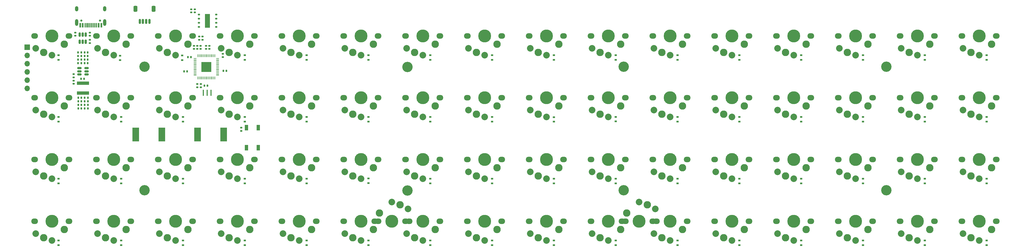
<source format=gbr>
%TF.GenerationSoftware,KiCad,Pcbnew,7.0.7*%
%TF.CreationDate,2023-10-11T09:13:37-04:00*%
%TF.ProjectId,HardLight,48617264-4c69-4676-9874-2e6b69636164,Mark 2 Rev F*%
%TF.SameCoordinates,Original*%
%TF.FileFunction,Soldermask,Bot*%
%TF.FilePolarity,Negative*%
%FSLAX46Y46*%
G04 Gerber Fmt 4.6, Leading zero omitted, Abs format (unit mm)*
G04 Created by KiCad (PCBNEW 7.0.7) date 2023-10-11 09:13:37*
%MOMM*%
%LPD*%
G01*
G04 APERTURE LIST*
G04 Aperture macros list*
%AMRoundRect*
0 Rectangle with rounded corners*
0 $1 Rounding radius*
0 $2 $3 $4 $5 $6 $7 $8 $9 X,Y pos of 4 corners*
0 Add a 4 corners polygon primitive as box body*
4,1,4,$2,$3,$4,$5,$6,$7,$8,$9,$2,$3,0*
0 Add four circle primitives for the rounded corners*
1,1,$1+$1,$2,$3*
1,1,$1+$1,$4,$5*
1,1,$1+$1,$6,$7*
1,1,$1+$1,$8,$9*
0 Add four rect primitives between the rounded corners*
20,1,$1+$1,$2,$3,$4,$5,0*
20,1,$1+$1,$4,$5,$6,$7,0*
20,1,$1+$1,$6,$7,$8,$9,0*
20,1,$1+$1,$8,$9,$2,$3,0*%
G04 Aperture macros list end*
%ADD10O,2.122000X1.701800*%
%ADD11C,3.987800*%
%ADD12C,2.286000*%
%ADD13C,2.032000*%
%ADD14C,3.200000*%
%ADD15RoundRect,0.147500X0.172500X-0.147500X0.172500X0.147500X-0.172500X0.147500X-0.172500X-0.147500X0*%
%ADD16RoundRect,0.147500X-0.172500X0.147500X-0.172500X-0.147500X0.172500X-0.147500X0.172500X0.147500X0*%
%ADD17RoundRect,0.147500X-0.147500X-0.172500X0.147500X-0.172500X0.147500X0.172500X-0.147500X0.172500X0*%
%ADD18RoundRect,0.050000X0.387500X0.050000X-0.387500X0.050000X-0.387500X-0.050000X0.387500X-0.050000X0*%
%ADD19RoundRect,0.050000X0.050000X0.387500X-0.050000X0.387500X-0.050000X-0.387500X0.050000X-0.387500X0*%
%ADD20R,3.050000X3.050000*%
%ADD21R,0.700000X0.600000*%
%ADD22RoundRect,0.147500X0.147500X0.172500X-0.147500X0.172500X-0.147500X-0.172500X0.147500X-0.172500X0*%
%ADD23C,0.650000*%
%ADD24R,0.600000X1.450000*%
%ADD25R,0.300000X1.450000*%
%ADD26O,1.000000X1.600000*%
%ADD27O,1.000000X2.100000*%
%ADD28R,2.000000X4.200000*%
%ADD29RoundRect,0.150000X-0.150000X-0.625000X0.150000X-0.625000X0.150000X0.625000X-0.150000X0.625000X0*%
%ADD30RoundRect,0.250000X-0.350000X-0.650000X0.350000X-0.650000X0.350000X0.650000X-0.350000X0.650000X0*%
%ADD31RoundRect,0.125000X0.250000X0.125000X-0.250000X0.125000X-0.250000X-0.125000X0.250000X-0.125000X0*%
%ADD32R,1.587400X4.300000*%
%ADD33R,3.700000X1.100000*%
%ADD34R,0.400000X1.900000*%
%ADD35RoundRect,0.150000X-0.512500X-0.150000X0.512500X-0.150000X0.512500X0.150000X-0.512500X0.150000X0*%
%ADD36RoundRect,0.150000X0.150000X-0.512500X0.150000X0.512500X-0.150000X0.512500X-0.150000X-0.512500X0*%
%ADD37R,1.100000X1.800000*%
%ADD38R,1.700000X1.700000*%
%ADD39O,1.700000X1.700000*%
G04 APERTURE END LIST*
D10*
%TO.C,K2*%
X63233750Y-80962500D03*
D11*
X57943750Y-80962500D03*
D10*
X52653750Y-80962500D03*
D12*
X55403750Y-86042500D03*
D13*
X52943750Y-84762500D03*
D12*
X61753750Y-83502500D03*
D13*
X57943750Y-86862500D03*
%TD*%
D10*
%TO.C,K3*%
X82283750Y-80949800D03*
D11*
X76993750Y-80949800D03*
D10*
X71703750Y-80949800D03*
D12*
X74453750Y-86029800D03*
D13*
X71993750Y-84749800D03*
D12*
X80803750Y-83489800D03*
D13*
X76993750Y-86849800D03*
%TD*%
D10*
%TO.C,K6*%
X139433750Y-80962500D03*
D11*
X134143750Y-80962500D03*
D10*
X128853750Y-80962500D03*
D12*
X131603750Y-86042500D03*
D13*
X129143750Y-84762500D03*
D12*
X137953750Y-83502500D03*
D13*
X134143750Y-86862500D03*
%TD*%
D10*
%TO.C,K7*%
X158483750Y-80962500D03*
D11*
X153193750Y-80962500D03*
D10*
X147903750Y-80962500D03*
D12*
X150653750Y-86042500D03*
D13*
X148193750Y-84762500D03*
D12*
X157003750Y-83502500D03*
D13*
X153193750Y-86862500D03*
%TD*%
D10*
%TO.C,K8*%
X177533750Y-80962500D03*
D11*
X172243750Y-80962500D03*
D10*
X166953750Y-80962500D03*
D12*
X169703750Y-86042500D03*
D13*
X167243750Y-84762500D03*
D12*
X176053750Y-83502500D03*
D13*
X172243750Y-86862500D03*
%TD*%
D10*
%TO.C,K9*%
X196583750Y-80962500D03*
D11*
X191293750Y-80962500D03*
D10*
X186003750Y-80962500D03*
D12*
X188753750Y-86042500D03*
D13*
X186293750Y-84762500D03*
D12*
X195103750Y-83502500D03*
D13*
X191293750Y-86862500D03*
%TD*%
D10*
%TO.C,K10*%
X215633750Y-80962500D03*
D11*
X210343750Y-80962500D03*
D10*
X205053750Y-80962500D03*
D12*
X207803750Y-86042500D03*
D13*
X205343750Y-84762500D03*
D12*
X214153750Y-83502500D03*
D13*
X210343750Y-86862500D03*
%TD*%
D10*
%TO.C,K11*%
X234683750Y-80962500D03*
D11*
X229393750Y-80962500D03*
D10*
X224103750Y-80962500D03*
D12*
X226853750Y-86042500D03*
D13*
X224393750Y-84762500D03*
D12*
X233203750Y-83502500D03*
D13*
X229393750Y-86862500D03*
%TD*%
D10*
%TO.C,K12*%
X253733750Y-80962500D03*
D11*
X248443750Y-80962500D03*
D10*
X243153750Y-80962500D03*
D12*
X245903750Y-86042500D03*
D13*
X243443750Y-84762500D03*
D12*
X252253750Y-83502500D03*
D13*
X248443750Y-86862500D03*
%TD*%
D10*
%TO.C,K13*%
X272783750Y-80962500D03*
D11*
X267493750Y-80962500D03*
D10*
X262203750Y-80962500D03*
D12*
X264953750Y-86042500D03*
D13*
X262493750Y-84762500D03*
D12*
X271303750Y-83502500D03*
D13*
X267493750Y-86862500D03*
%TD*%
D10*
%TO.C,K14*%
X291833750Y-80962500D03*
D11*
X286543750Y-80962500D03*
D10*
X281253750Y-80962500D03*
D12*
X284003750Y-86042500D03*
D13*
X281543750Y-84762500D03*
D12*
X290353750Y-83502500D03*
D13*
X286543750Y-86862500D03*
%TD*%
D10*
%TO.C,K15*%
X310883750Y-80962500D03*
D11*
X305593750Y-80962500D03*
D10*
X300303750Y-80962500D03*
D12*
X303053750Y-86042500D03*
D13*
X300593750Y-84762500D03*
D12*
X309403750Y-83502500D03*
D13*
X305593750Y-86862500D03*
%TD*%
D10*
%TO.C,K16*%
X329933750Y-80962500D03*
D11*
X324643750Y-80962500D03*
D10*
X319353750Y-80962500D03*
D12*
X322103750Y-86042500D03*
D13*
X319643750Y-84762500D03*
D12*
X328453750Y-83502500D03*
D13*
X324643750Y-86862500D03*
%TD*%
D10*
%TO.C,K17*%
X44183750Y-100012500D03*
D11*
X38893750Y-100012500D03*
D10*
X33603750Y-100012500D03*
D12*
X36353750Y-105092500D03*
D13*
X33893750Y-103812500D03*
D12*
X42703750Y-102552500D03*
D13*
X38893750Y-105912500D03*
%TD*%
D10*
%TO.C,K18*%
X63233750Y-100012500D03*
D11*
X57943750Y-100012500D03*
D10*
X52653750Y-100012500D03*
D12*
X55403750Y-105092500D03*
D13*
X52943750Y-103812500D03*
D12*
X61753750Y-102552500D03*
D13*
X57943750Y-105912500D03*
%TD*%
D10*
%TO.C,K19*%
X82283750Y-100012500D03*
D11*
X76993750Y-100012500D03*
D10*
X71703750Y-100012500D03*
D12*
X74453750Y-105092500D03*
D13*
X71993750Y-103812500D03*
D12*
X80803750Y-102552500D03*
D13*
X76993750Y-105912500D03*
%TD*%
D10*
%TO.C,K22*%
X139433750Y-100012500D03*
D11*
X134143750Y-100012500D03*
D10*
X128853750Y-100012500D03*
D12*
X131603750Y-105092500D03*
D13*
X129143750Y-103812500D03*
D12*
X137953750Y-102552500D03*
D13*
X134143750Y-105912500D03*
%TD*%
D10*
%TO.C,K23*%
X158483750Y-100012500D03*
D11*
X153193750Y-100012500D03*
D10*
X147903750Y-100012500D03*
D12*
X150653750Y-105092500D03*
D13*
X148193750Y-103812500D03*
D12*
X157003750Y-102552500D03*
D13*
X153193750Y-105912500D03*
%TD*%
D10*
%TO.C,K24*%
X177533750Y-100012500D03*
D11*
X172243750Y-100012500D03*
D10*
X166953750Y-100012500D03*
D12*
X169703750Y-105092500D03*
D13*
X167243750Y-103812500D03*
D12*
X176053750Y-102552500D03*
D13*
X172243750Y-105912500D03*
%TD*%
D10*
%TO.C,K25*%
X196583750Y-100012500D03*
D11*
X191293750Y-100012500D03*
D10*
X186003750Y-100012500D03*
D12*
X188753750Y-105092500D03*
D13*
X186293750Y-103812500D03*
D12*
X195103750Y-102552500D03*
D13*
X191293750Y-105912500D03*
%TD*%
D10*
%TO.C,K26*%
X215633750Y-100012500D03*
D11*
X210343750Y-100012500D03*
D10*
X205053750Y-100012500D03*
D12*
X207803750Y-105092500D03*
D13*
X205343750Y-103812500D03*
D12*
X214153750Y-102552500D03*
D13*
X210343750Y-105912500D03*
%TD*%
D10*
%TO.C,K27*%
X234683750Y-100012500D03*
D11*
X229393750Y-100012500D03*
D10*
X224103750Y-100012500D03*
D12*
X226853750Y-105092500D03*
D13*
X224393750Y-103812500D03*
D12*
X233203750Y-102552500D03*
D13*
X229393750Y-105912500D03*
%TD*%
D10*
%TO.C,K28*%
X253733750Y-100012500D03*
D11*
X248443750Y-100012500D03*
D10*
X243153750Y-100012500D03*
D12*
X245903750Y-105092500D03*
D13*
X243443750Y-103812500D03*
D12*
X252253750Y-102552500D03*
D13*
X248443750Y-105912500D03*
%TD*%
D10*
%TO.C,K29*%
X272783750Y-100012500D03*
D11*
X267493750Y-100012500D03*
D10*
X262203750Y-100012500D03*
D12*
X264953750Y-105092500D03*
D13*
X262493750Y-103812500D03*
D12*
X271303750Y-102552500D03*
D13*
X267493750Y-105912500D03*
%TD*%
D10*
%TO.C,K30*%
X291833750Y-100012500D03*
D11*
X286543750Y-100012500D03*
D10*
X281253750Y-100012500D03*
D12*
X284003750Y-105092500D03*
D13*
X281543750Y-103812500D03*
D12*
X290353750Y-102552500D03*
D13*
X286543750Y-105912500D03*
%TD*%
D10*
%TO.C,K31*%
X310883750Y-100012500D03*
D11*
X305593750Y-100012500D03*
D10*
X300303750Y-100012500D03*
D12*
X303053750Y-105092500D03*
D13*
X300593750Y-103812500D03*
D12*
X309403750Y-102552500D03*
D13*
X305593750Y-105912500D03*
%TD*%
D10*
%TO.C,K32*%
X329933750Y-100012500D03*
D11*
X324643750Y-100012500D03*
D10*
X319353750Y-100012500D03*
D12*
X322103750Y-105092500D03*
D13*
X319643750Y-103812500D03*
D12*
X328453750Y-102552500D03*
D13*
X324643750Y-105912500D03*
%TD*%
D10*
%TO.C,K33*%
X44183750Y-119062500D03*
D11*
X38893750Y-119062500D03*
D10*
X33603750Y-119062500D03*
D12*
X36353750Y-124142500D03*
D13*
X33893750Y-122862500D03*
D12*
X42703750Y-121602500D03*
D13*
X38893750Y-124962500D03*
%TD*%
D10*
%TO.C,K34*%
X63233750Y-119062500D03*
D11*
X57943750Y-119062500D03*
D10*
X52653750Y-119062500D03*
D12*
X55403750Y-124142500D03*
D13*
X52943750Y-122862500D03*
D12*
X61753750Y-121602500D03*
D13*
X57943750Y-124962500D03*
%TD*%
D10*
%TO.C,K35*%
X82283750Y-119062500D03*
D11*
X76993750Y-119062500D03*
D10*
X71703750Y-119062500D03*
D12*
X74453750Y-124142500D03*
D13*
X71993750Y-122862500D03*
D12*
X80803750Y-121602500D03*
D13*
X76993750Y-124962500D03*
%TD*%
D10*
%TO.C,K36*%
X101333750Y-119062500D03*
D11*
X96043750Y-119062500D03*
D10*
X90753750Y-119062500D03*
D12*
X93503750Y-124142500D03*
D13*
X91043750Y-122862500D03*
D12*
X99853750Y-121602500D03*
D13*
X96043750Y-124962500D03*
%TD*%
D10*
%TO.C,K37*%
X120383750Y-119062500D03*
D11*
X115093750Y-119062500D03*
D10*
X109803750Y-119062500D03*
D12*
X112553750Y-124142500D03*
D13*
X110093750Y-122862500D03*
D12*
X118903750Y-121602500D03*
D13*
X115093750Y-124962500D03*
%TD*%
D10*
%TO.C,K38*%
X139433750Y-119062500D03*
D11*
X134143750Y-119062500D03*
D10*
X128853750Y-119062500D03*
D12*
X131603750Y-124142500D03*
D13*
X129143750Y-122862500D03*
D12*
X137953750Y-121602500D03*
D13*
X134143750Y-124962500D03*
%TD*%
D10*
%TO.C,K39*%
X158483750Y-119062500D03*
D11*
X153193750Y-119062500D03*
D10*
X147903750Y-119062500D03*
D12*
X150653750Y-124142500D03*
D13*
X148193750Y-122862500D03*
D12*
X157003750Y-121602500D03*
D13*
X153193750Y-124962500D03*
%TD*%
D10*
%TO.C,K40*%
X177533750Y-119062500D03*
D11*
X172243750Y-119062500D03*
D10*
X166953750Y-119062500D03*
D12*
X169703750Y-124142500D03*
D13*
X167243750Y-122862500D03*
D12*
X176053750Y-121602500D03*
D13*
X172243750Y-124962500D03*
%TD*%
D10*
%TO.C,K41*%
X196583750Y-119062500D03*
D11*
X191293750Y-119062500D03*
D10*
X186003750Y-119062500D03*
D12*
X188753750Y-124142500D03*
D13*
X186293750Y-122862500D03*
D12*
X195103750Y-121602500D03*
D13*
X191293750Y-124962500D03*
%TD*%
D10*
%TO.C,K42*%
X215633750Y-119062500D03*
D11*
X210343750Y-119062500D03*
D10*
X205053750Y-119062500D03*
D12*
X207803750Y-124142500D03*
D13*
X205343750Y-122862500D03*
D12*
X214153750Y-121602500D03*
D13*
X210343750Y-124962500D03*
%TD*%
D10*
%TO.C,K43*%
X234683750Y-119062500D03*
D11*
X229393750Y-119062500D03*
D10*
X224103750Y-119062500D03*
D12*
X226853750Y-124142500D03*
D13*
X224393750Y-122862500D03*
D12*
X233203750Y-121602500D03*
D13*
X229393750Y-124962500D03*
%TD*%
D10*
%TO.C,K44*%
X253733750Y-119062500D03*
D11*
X248443750Y-119062500D03*
D10*
X243153750Y-119062500D03*
D12*
X245903750Y-124142500D03*
D13*
X243443750Y-122862500D03*
D12*
X252253750Y-121602500D03*
D13*
X248443750Y-124962500D03*
%TD*%
D10*
%TO.C,K45*%
X272783750Y-119062500D03*
D11*
X267493750Y-119062500D03*
D10*
X262203750Y-119062500D03*
D12*
X264953750Y-124142500D03*
D13*
X262493750Y-122862500D03*
D12*
X271303750Y-121602500D03*
D13*
X267493750Y-124962500D03*
%TD*%
D10*
%TO.C,K46*%
X291833750Y-119062500D03*
D11*
X286543750Y-119062500D03*
D10*
X281253750Y-119062500D03*
D12*
X284003750Y-124142500D03*
D13*
X281543750Y-122862500D03*
D12*
X290353750Y-121602500D03*
D13*
X286543750Y-124962500D03*
%TD*%
D10*
%TO.C,K47*%
X310883750Y-119062500D03*
D11*
X305593750Y-119062500D03*
D10*
X300303750Y-119062500D03*
D12*
X303053750Y-124142500D03*
D13*
X300593750Y-122862500D03*
D12*
X309403750Y-121602500D03*
D13*
X305593750Y-124962500D03*
%TD*%
D10*
%TO.C,K48*%
X329933750Y-119062500D03*
D11*
X324643750Y-119062500D03*
D10*
X319353750Y-119062500D03*
D12*
X322103750Y-124142500D03*
D13*
X319643750Y-122862500D03*
D12*
X328453750Y-121602500D03*
D13*
X324643750Y-124962500D03*
%TD*%
D10*
%TO.C,K49*%
X44183750Y-138112500D03*
D11*
X38893750Y-138112500D03*
D10*
X33603750Y-138112500D03*
D12*
X36353750Y-143192500D03*
D13*
X33893750Y-141912500D03*
D12*
X42703750Y-140652500D03*
D13*
X38893750Y-144012500D03*
%TD*%
D10*
%TO.C,K50*%
X63233750Y-138112500D03*
D11*
X57943750Y-138112500D03*
D10*
X52653750Y-138112500D03*
D12*
X55403750Y-143192500D03*
D13*
X52943750Y-141912500D03*
D12*
X61753750Y-140652500D03*
D13*
X57943750Y-144012500D03*
%TD*%
D10*
%TO.C,K51*%
X82283750Y-138112500D03*
D11*
X76993750Y-138112500D03*
D10*
X71703750Y-138112500D03*
D12*
X74453750Y-143192500D03*
D13*
X71993750Y-141912500D03*
D12*
X80803750Y-140652500D03*
D13*
X76993750Y-144012500D03*
%TD*%
D10*
%TO.C,K52*%
X101333750Y-138112500D03*
D11*
X96043750Y-138112500D03*
D10*
X90753750Y-138112500D03*
D12*
X93503750Y-143192500D03*
D13*
X91043750Y-141912500D03*
D12*
X99853750Y-140652500D03*
D13*
X96043750Y-144012500D03*
%TD*%
D10*
%TO.C,K53*%
X120383750Y-138112500D03*
D11*
X115093750Y-138112500D03*
D10*
X109803750Y-138112500D03*
D12*
X112553750Y-143192500D03*
D13*
X110093750Y-141912500D03*
D12*
X118903750Y-140652500D03*
D13*
X115093750Y-144012500D03*
%TD*%
D10*
%TO.C,K54*%
X139433750Y-138112500D03*
D11*
X134143750Y-138112500D03*
D10*
X128853750Y-138112500D03*
D12*
X131603750Y-143192500D03*
D13*
X129143750Y-141912500D03*
D12*
X137953750Y-140652500D03*
D13*
X134143750Y-144012500D03*
%TD*%
D10*
%TO.C,K55*%
X158483750Y-138112500D03*
D11*
X153193750Y-138112500D03*
D10*
X147903750Y-138112500D03*
D12*
X150653750Y-143192500D03*
D13*
X148193750Y-141912500D03*
D12*
X157003750Y-140652500D03*
D13*
X153193750Y-144012500D03*
%TD*%
D10*
%TO.C,K56*%
X177533750Y-138112500D03*
D11*
X172243750Y-138112500D03*
D10*
X166953750Y-138112500D03*
D12*
X169703750Y-143192500D03*
D13*
X167243750Y-141912500D03*
D12*
X176053750Y-140652500D03*
D13*
X172243750Y-144012500D03*
%TD*%
D10*
%TO.C,K57*%
X196583750Y-138112500D03*
D11*
X191293750Y-138112500D03*
D10*
X186003750Y-138112500D03*
D12*
X188753750Y-143192500D03*
D13*
X186293750Y-141912500D03*
D12*
X195103750Y-140652500D03*
D13*
X191293750Y-144012500D03*
%TD*%
D10*
%TO.C,K58*%
X215633750Y-138112500D03*
D11*
X210343750Y-138112500D03*
D10*
X205053750Y-138112500D03*
D12*
X207803750Y-143192500D03*
D13*
X205343750Y-141912500D03*
D12*
X214153750Y-140652500D03*
D13*
X210343750Y-144012500D03*
%TD*%
D10*
%TO.C,K59*%
X234683750Y-138112500D03*
D11*
X229393750Y-138112500D03*
D10*
X224103750Y-138112500D03*
D12*
X226853750Y-143192500D03*
D13*
X224393750Y-141912500D03*
D12*
X233203750Y-140652500D03*
D13*
X229393750Y-144012500D03*
%TD*%
D10*
%TO.C,K60*%
X253733750Y-138112500D03*
D11*
X248443750Y-138112500D03*
D10*
X243153750Y-138112500D03*
D12*
X245903750Y-143192500D03*
D13*
X243443750Y-141912500D03*
D12*
X252253750Y-140652500D03*
D13*
X248443750Y-144012500D03*
%TD*%
D10*
%TO.C,K61*%
X272783750Y-138112500D03*
D11*
X267493750Y-138112500D03*
D10*
X262203750Y-138112500D03*
D12*
X264953750Y-143192500D03*
D13*
X262493750Y-141912500D03*
D12*
X271303750Y-140652500D03*
D13*
X267493750Y-144012500D03*
%TD*%
D10*
%TO.C,K62*%
X291833750Y-138112500D03*
D11*
X286543750Y-138112500D03*
D10*
X281253750Y-138112500D03*
D12*
X284003750Y-143192500D03*
D13*
X281543750Y-141912500D03*
D12*
X290353750Y-140652500D03*
D13*
X286543750Y-144012500D03*
%TD*%
D10*
%TO.C,K63*%
X310883750Y-138112500D03*
D11*
X305593750Y-138112500D03*
D10*
X300303750Y-138112500D03*
D12*
X303053750Y-143192500D03*
D13*
X300593750Y-141912500D03*
D12*
X309403750Y-140652500D03*
D13*
X305593750Y-144012500D03*
%TD*%
D10*
%TO.C,K64*%
X329933750Y-138112500D03*
D11*
X324643750Y-138112500D03*
D10*
X319353750Y-138112500D03*
D12*
X322103750Y-143192500D03*
D13*
X319643750Y-141912500D03*
D12*
X328453750Y-140652500D03*
D13*
X324643750Y-144012500D03*
%TD*%
D10*
%TO.C,K1*%
X44183750Y-80962500D03*
D11*
X38893750Y-80962500D03*
D10*
X33603750Y-80962500D03*
D12*
X36353750Y-86042500D03*
D13*
X33893750Y-84762500D03*
D12*
X42703750Y-83502500D03*
D13*
X38893750Y-86862500D03*
%TD*%
D14*
%TO.C,H1*%
X67468750Y-90481800D03*
%TD*%
%TO.C,H2*%
X148431250Y-90487500D03*
%TD*%
%TO.C,H3*%
X215106250Y-90481800D03*
%TD*%
%TO.C,H4*%
X296063950Y-90481800D03*
%TD*%
%TO.C,H5*%
X67468750Y-128579400D03*
%TD*%
%TO.C,H6*%
X148431250Y-128585100D03*
%TD*%
D10*
%TO.C,K4*%
X101333750Y-80962500D03*
D11*
X96043750Y-80962500D03*
D10*
X90753750Y-80962500D03*
D12*
X93503750Y-86042500D03*
D13*
X91043750Y-84762500D03*
D12*
X99853750Y-83502500D03*
D13*
X96043750Y-86862500D03*
%TD*%
D10*
%TO.C,K5*%
X120383750Y-80962500D03*
D11*
X115093750Y-80962500D03*
D10*
X109803750Y-80962500D03*
D12*
X112553750Y-86042500D03*
D13*
X110093750Y-84762500D03*
D12*
X118903750Y-83502500D03*
D13*
X115093750Y-86862500D03*
%TD*%
D10*
%TO.C,K21*%
X120383750Y-100012500D03*
D11*
X115093750Y-100012500D03*
D10*
X109803750Y-100012500D03*
D12*
X112553750Y-105092500D03*
D13*
X110093750Y-103812500D03*
D12*
X118903750Y-102552500D03*
D13*
X115093750Y-105912500D03*
%TD*%
D10*
%TO.C,K20*%
X101333750Y-100012500D03*
D11*
X96043750Y-100012500D03*
D10*
X90753750Y-100012500D03*
D12*
X93503750Y-105092500D03*
D13*
X91043750Y-103812500D03*
D12*
X99853750Y-102552500D03*
D13*
X96043750Y-105912500D03*
%TD*%
D10*
%TO.C,K54.1*%
X138378750Y-138112500D03*
D11*
X143668750Y-138112500D03*
D10*
X148958750Y-138112500D03*
D12*
X146208750Y-133032500D03*
D13*
X148668750Y-134312500D03*
D12*
X139858750Y-135572500D03*
D13*
X143668750Y-132212500D03*
%TD*%
D14*
%TO.C,H7*%
X215106250Y-128579400D03*
%TD*%
%TO.C,H8*%
X296063950Y-128579400D03*
%TD*%
D10*
%TO.C,K58.1*%
X214578750Y-138112500D03*
D11*
X219868750Y-138112500D03*
D10*
X225158750Y-138112500D03*
D12*
X222408750Y-133032500D03*
D13*
X224868750Y-134312500D03*
D12*
X216058750Y-135572500D03*
D13*
X219868750Y-132212500D03*
%TD*%
D15*
%TO.C,C1*%
X83693000Y-84940000D03*
X83693000Y-83970000D03*
%TD*%
D16*
%TO.C,C2*%
X84836000Y-95781000D03*
X84836000Y-96751000D03*
%TD*%
D17*
%TO.C,C3*%
X91733750Y-91712500D03*
X92703750Y-91712500D03*
%TD*%
D15*
%TO.C,C6*%
X91568750Y-87472500D03*
X91568750Y-86502500D03*
%TD*%
%TO.C,C8*%
X86368750Y-84937500D03*
X86368750Y-83967500D03*
%TD*%
D18*
%TO.C,U0*%
X89924500Y-87887500D03*
X89924500Y-88287500D03*
X89924500Y-88687500D03*
X89924500Y-89087500D03*
X89924500Y-89487500D03*
X89924500Y-89887500D03*
X89924500Y-90287500D03*
X89924500Y-90687500D03*
X89924500Y-91087500D03*
X89924500Y-91487500D03*
X89924500Y-91887500D03*
X89924500Y-92287500D03*
X89924500Y-92687500D03*
X89924500Y-93087500D03*
D19*
X89087000Y-93925000D03*
X88687000Y-93925000D03*
X88287000Y-93925000D03*
X87887000Y-93925000D03*
X87487000Y-93925000D03*
X87087000Y-93925000D03*
X86687000Y-93925000D03*
X86287000Y-93925000D03*
X85887000Y-93925000D03*
X85487000Y-93925000D03*
X85087000Y-93925000D03*
X84687000Y-93925000D03*
X84287000Y-93925000D03*
X83887000Y-93925000D03*
D18*
X83049500Y-93087500D03*
X83049500Y-92687500D03*
X83049500Y-92287500D03*
X83049500Y-91887500D03*
X83049500Y-91487500D03*
X83049500Y-91087500D03*
X83049500Y-90687500D03*
X83049500Y-90287500D03*
X83049500Y-89887500D03*
X83049500Y-89487500D03*
X83049500Y-89087500D03*
X83049500Y-88687500D03*
X83049500Y-88287500D03*
X83049500Y-87887500D03*
D19*
X83887000Y-87050000D03*
X84287000Y-87050000D03*
X84687000Y-87050000D03*
X85087000Y-87050000D03*
X85487000Y-87050000D03*
X85887000Y-87050000D03*
X86287000Y-87050000D03*
X86687000Y-87050000D03*
X87087000Y-87050000D03*
X87487000Y-87050000D03*
X87887000Y-87050000D03*
X88287000Y-87050000D03*
X88687000Y-87050000D03*
X89087000Y-87050000D03*
D20*
X86487000Y-90487500D03*
%TD*%
D15*
%TO.C,C7*%
X82677000Y-84940000D03*
X82677000Y-83970000D03*
%TD*%
D21*
%TO.C,D1*%
X40918750Y-88287500D03*
X40918750Y-86887500D03*
%TD*%
%TO.C,D2*%
X59918750Y-88437500D03*
X59918750Y-87037500D03*
%TD*%
%TO.C,D3*%
X79068750Y-88387500D03*
X79068750Y-86987500D03*
%TD*%
%TO.C,D4*%
X98318750Y-88287500D03*
X98318750Y-86887500D03*
%TD*%
%TO.C,D5*%
X117368750Y-88287500D03*
X117368750Y-86887500D03*
%TD*%
%TO.C,D6*%
X136418750Y-88287500D03*
X136418750Y-86887500D03*
%TD*%
%TO.C,D7*%
X155468750Y-88287500D03*
X155468750Y-86887500D03*
%TD*%
%TO.C,D8*%
X174518750Y-88287500D03*
X174518750Y-86887500D03*
%TD*%
%TO.C,D9*%
X193568750Y-88287500D03*
X193568750Y-86887500D03*
%TD*%
%TO.C,D10*%
X212618750Y-88287500D03*
X212618750Y-86887500D03*
%TD*%
%TO.C,D11*%
X231668750Y-88287500D03*
X231668750Y-86887500D03*
%TD*%
%TO.C,D12*%
X250718750Y-88287500D03*
X250718750Y-86887500D03*
%TD*%
%TO.C,D13*%
X269768750Y-88287500D03*
X269768750Y-86887500D03*
%TD*%
%TO.C,D14*%
X288818750Y-88287500D03*
X288818750Y-86887500D03*
%TD*%
%TO.C,D15*%
X307868750Y-88287500D03*
X307868750Y-86887500D03*
%TD*%
%TO.C,D16*%
X326918750Y-88287500D03*
X326918750Y-86887500D03*
%TD*%
%TO.C,D17*%
X40918750Y-107337500D03*
X40918750Y-105937500D03*
%TD*%
%TO.C,D18*%
X60218750Y-107337500D03*
X60218750Y-105937500D03*
%TD*%
%TO.C,D19*%
X79268750Y-107337500D03*
X79268750Y-105937500D03*
%TD*%
%TO.C,D20*%
X98318750Y-107337500D03*
X98318750Y-105937500D03*
%TD*%
%TO.C,D21*%
X117368750Y-107337500D03*
X117368750Y-105937500D03*
%TD*%
%TO.C,D22*%
X136418750Y-107337500D03*
X136418750Y-105937500D03*
%TD*%
%TO.C,D23*%
X155468750Y-107337500D03*
X155468750Y-105937500D03*
%TD*%
%TO.C,D24*%
X174518750Y-107337500D03*
X174518750Y-105937500D03*
%TD*%
%TO.C,D25*%
X193568750Y-107400000D03*
X193568750Y-106000000D03*
%TD*%
%TO.C,D26*%
X212618750Y-107325000D03*
X212618750Y-105925000D03*
%TD*%
%TO.C,D27*%
X231668750Y-107337500D03*
X231668750Y-105937500D03*
%TD*%
%TO.C,D28*%
X250718750Y-107337500D03*
X250718750Y-105937500D03*
%TD*%
%TO.C,D29*%
X269768750Y-107337500D03*
X269768750Y-105937500D03*
%TD*%
%TO.C,D30*%
X288818750Y-107337500D03*
X288818750Y-105937500D03*
%TD*%
%TO.C,D31*%
X307868750Y-107337500D03*
X307868750Y-105937500D03*
%TD*%
%TO.C,D32*%
X326918750Y-107337500D03*
X326918750Y-105937500D03*
%TD*%
%TO.C,D33*%
X40918750Y-126387500D03*
X40918750Y-124987500D03*
%TD*%
%TO.C,D34*%
X60218750Y-126387500D03*
X60218750Y-124987500D03*
%TD*%
%TO.C,D35*%
X79268750Y-126387500D03*
X79268750Y-124987500D03*
%TD*%
%TO.C,D36*%
X98318750Y-126387500D03*
X98318750Y-124987500D03*
%TD*%
%TO.C,D37*%
X117368750Y-126387500D03*
X117368750Y-124987500D03*
%TD*%
%TO.C,D38*%
X136418750Y-126337500D03*
X136418750Y-124937500D03*
%TD*%
%TO.C,D39*%
X155468750Y-126387500D03*
X155468750Y-124987500D03*
%TD*%
%TO.C,D40*%
X174518750Y-126387500D03*
X174518750Y-124987500D03*
%TD*%
%TO.C,D41*%
X193568750Y-126387500D03*
X193568750Y-124987500D03*
%TD*%
%TO.C,D42*%
X212618750Y-126387500D03*
X212618750Y-124987500D03*
%TD*%
%TO.C,D43*%
X231668750Y-126387500D03*
X231668750Y-124987500D03*
%TD*%
%TO.C,D44*%
X250718750Y-126387500D03*
X250718750Y-124987500D03*
%TD*%
%TO.C,D45*%
X269768750Y-126387500D03*
X269768750Y-124987500D03*
%TD*%
%TO.C,D46*%
X288818750Y-126387500D03*
X288818750Y-124987500D03*
%TD*%
%TO.C,D47*%
X307868750Y-126387500D03*
X307868750Y-124987500D03*
%TD*%
%TO.C,D48*%
X326918750Y-126387500D03*
X326918750Y-124987500D03*
%TD*%
%TO.C,D49*%
X40918750Y-145437500D03*
X40918750Y-144037500D03*
%TD*%
%TO.C,D50*%
X60218750Y-145437500D03*
X60218750Y-144037500D03*
%TD*%
%TO.C,D51*%
X79268750Y-145437500D03*
X79268750Y-144037500D03*
%TD*%
%TO.C,D52*%
X98318750Y-145437500D03*
X98318750Y-144037500D03*
%TD*%
%TO.C,D53*%
X117368750Y-145437500D03*
X117368750Y-144037500D03*
%TD*%
%TO.C,D54*%
X136418750Y-145437500D03*
X136418750Y-144037500D03*
%TD*%
%TO.C,D55*%
X155468750Y-145437500D03*
X155468750Y-144037500D03*
%TD*%
%TO.C,D56*%
X174518750Y-145437500D03*
X174518750Y-144037500D03*
%TD*%
%TO.C,D57*%
X193568750Y-145437500D03*
X193568750Y-144037500D03*
%TD*%
%TO.C,D58*%
X212618750Y-145437500D03*
X212618750Y-144037500D03*
%TD*%
%TO.C,D59*%
X231668750Y-145437500D03*
X231668750Y-144037500D03*
%TD*%
%TO.C,D60*%
X250718750Y-145437500D03*
X250718750Y-144037500D03*
%TD*%
%TO.C,D61*%
X269768750Y-145437500D03*
X269768750Y-144037500D03*
%TD*%
%TO.C,D62*%
X288818750Y-145437500D03*
X288818750Y-144037500D03*
%TD*%
%TO.C,D63*%
X307868750Y-145437500D03*
X307868750Y-144037500D03*
%TD*%
%TO.C,D64*%
X326918750Y-145437500D03*
X326918750Y-144037500D03*
%TD*%
D15*
%TO.C,RC2*%
X50618750Y-80892500D03*
X50618750Y-79922500D03*
%TD*%
D16*
%TO.C,RC1*%
X46118750Y-79902500D03*
X46118750Y-80872500D03*
%TD*%
%TO.C,RD1*%
X85268750Y-81152500D03*
X85268750Y-82122500D03*
%TD*%
D15*
%TO.C,F0*%
X50618750Y-83122500D03*
X50618750Y-82152500D03*
%TD*%
D22*
%TO.C,C4*%
X80588750Y-91837500D03*
X79618750Y-91837500D03*
%TD*%
D23*
%TO.C,J0*%
X47978750Y-76237500D03*
X53758750Y-76237500D03*
D24*
X47618750Y-77682500D03*
X48418750Y-77682500D03*
D25*
X49618750Y-77682500D03*
X50618750Y-77682500D03*
X51118750Y-77682500D03*
X52118750Y-77682500D03*
D24*
X53318750Y-77682500D03*
X54118750Y-77682500D03*
X54118750Y-77682500D03*
X53318750Y-77682500D03*
D25*
X52618750Y-77682500D03*
X51618750Y-77682500D03*
X50118750Y-77682500D03*
X49118750Y-77682500D03*
D24*
X48418750Y-77682500D03*
X47618750Y-77682500D03*
D26*
X46548750Y-72587500D03*
D27*
X46548750Y-76767500D03*
D26*
X55188750Y-72587500D03*
D27*
X55188750Y-76767500D03*
%TD*%
D22*
%TO.C,C5*%
X81753750Y-87503000D03*
X80783750Y-87503000D03*
%TD*%
D28*
%TO.C,TX0*%
X72768750Y-111337500D03*
X64768750Y-111337500D03*
%TD*%
%TO.C,TX1*%
X83818750Y-111337500D03*
X91818750Y-111337500D03*
%TD*%
D17*
%TO.C,CP5*%
X46968750Y-86037500D03*
X47938750Y-86037500D03*
%TD*%
D15*
%TO.C,CF1*%
X82926750Y-73702000D03*
X82926750Y-72732000D03*
%TD*%
D29*
%TO.C,J1*%
X65968750Y-76437500D03*
X66968750Y-76437500D03*
X67968750Y-76437500D03*
X68968750Y-76437500D03*
D30*
X64668750Y-72562500D03*
X70268750Y-72562500D03*
%TD*%
D17*
%TO.C,CP8*%
X48998750Y-100037500D03*
X49968750Y-100037500D03*
%TD*%
D22*
%TO.C,CP10*%
X49938750Y-87137500D03*
X48968750Y-87137500D03*
%TD*%
D16*
%TO.C,C10*%
X83693000Y-95781000D03*
X83693000Y-96751000D03*
%TD*%
D15*
%TO.C,C11*%
X84709000Y-84940000D03*
X84709000Y-83970000D03*
%TD*%
D31*
%TO.C,U3*%
X89568750Y-74386900D03*
X89568750Y-75656900D03*
X89568750Y-76926900D03*
X89568750Y-78196900D03*
X84168750Y-78196900D03*
X84168750Y-76926900D03*
X84168750Y-75656900D03*
X84168750Y-74386900D03*
D32*
X86868750Y-76291900D03*
%TD*%
D33*
%TO.C,LP1*%
X48468750Y-95537500D03*
X48468750Y-98537500D03*
%TD*%
D22*
%TO.C,CP13*%
X49938750Y-89337500D03*
X48968750Y-89337500D03*
%TD*%
%TO.C,CP17*%
X47968750Y-101137500D03*
X46998750Y-101137500D03*
%TD*%
D34*
%TO.C,Y0*%
X87968000Y-98479000D03*
X86768000Y-98479000D03*
X85568000Y-98479000D03*
%TD*%
D35*
%TO.C,U1*%
X47331250Y-92787500D03*
X47331250Y-91837500D03*
X47331250Y-90887500D03*
X49606250Y-90887500D03*
X49606250Y-91837500D03*
X49606250Y-92787500D03*
%TD*%
D22*
%TO.C,CP9*%
X47968750Y-103337500D03*
X46998750Y-103337500D03*
%TD*%
D15*
%TO.C,RP2*%
X45568750Y-93722500D03*
X45568750Y-92752500D03*
%TD*%
D17*
%TO.C,CP1*%
X47883750Y-94137500D03*
X48853750Y-94137500D03*
%TD*%
D15*
%TO.C,RR1*%
X97214650Y-110225100D03*
X97214650Y-109255100D03*
%TD*%
D17*
%TO.C,CP6*%
X48998750Y-102237500D03*
X49968750Y-102237500D03*
%TD*%
D22*
%TO.C,CP15*%
X47968750Y-100037500D03*
X46998750Y-100037500D03*
%TD*%
D17*
%TO.C,CP4*%
X46968750Y-87137500D03*
X47938750Y-87137500D03*
%TD*%
D22*
%TO.C,CP12*%
X49938750Y-88237500D03*
X48968750Y-88237500D03*
%TD*%
D36*
%TO.C,U2*%
X49318750Y-82775000D03*
X48368750Y-82775000D03*
X47418750Y-82775000D03*
X47418750Y-80500000D03*
X48368750Y-80500000D03*
X49318750Y-80500000D03*
%TD*%
D15*
%TO.C,RF2*%
X81843750Y-73702000D03*
X81843750Y-72732000D03*
%TD*%
D22*
%TO.C,CP11*%
X49938750Y-86037500D03*
X48968750Y-86037500D03*
%TD*%
D15*
%TO.C,RP1*%
X45568750Y-95722500D03*
X45568750Y-94752500D03*
%TD*%
D16*
%TO.C,RD0*%
X84268750Y-81152500D03*
X84268750Y-82122500D03*
%TD*%
D17*
%TO.C,CP14*%
X48998750Y-103337500D03*
X49968750Y-103337500D03*
%TD*%
D22*
%TO.C,CP16*%
X47968750Y-102237500D03*
X46998750Y-102237500D03*
%TD*%
D17*
%TO.C,CP7*%
X48998750Y-101137500D03*
X49968750Y-101137500D03*
%TD*%
D37*
%TO.C,S1*%
X102518750Y-115437500D03*
X102518750Y-109237500D03*
X98818750Y-115437500D03*
X98818750Y-109237500D03*
%TD*%
D15*
%TO.C,C9*%
X87384750Y-84937500D03*
X87384750Y-83967500D03*
%TD*%
D17*
%TO.C,CP3*%
X46968750Y-88237500D03*
X47938750Y-88237500D03*
%TD*%
D38*
%TO.C,J2*%
X31268750Y-84417500D03*
D39*
X31268750Y-86957500D03*
X31268750Y-89497500D03*
X31268750Y-92037500D03*
X31268750Y-94577500D03*
X31268750Y-97117500D03*
%TD*%
D17*
%TO.C,CP2*%
X46968750Y-89337500D03*
X47938750Y-89337500D03*
%TD*%
D22*
%TO.C,RX1*%
X86845000Y-96266000D03*
X85875000Y-96266000D03*
%TD*%
M02*

</source>
